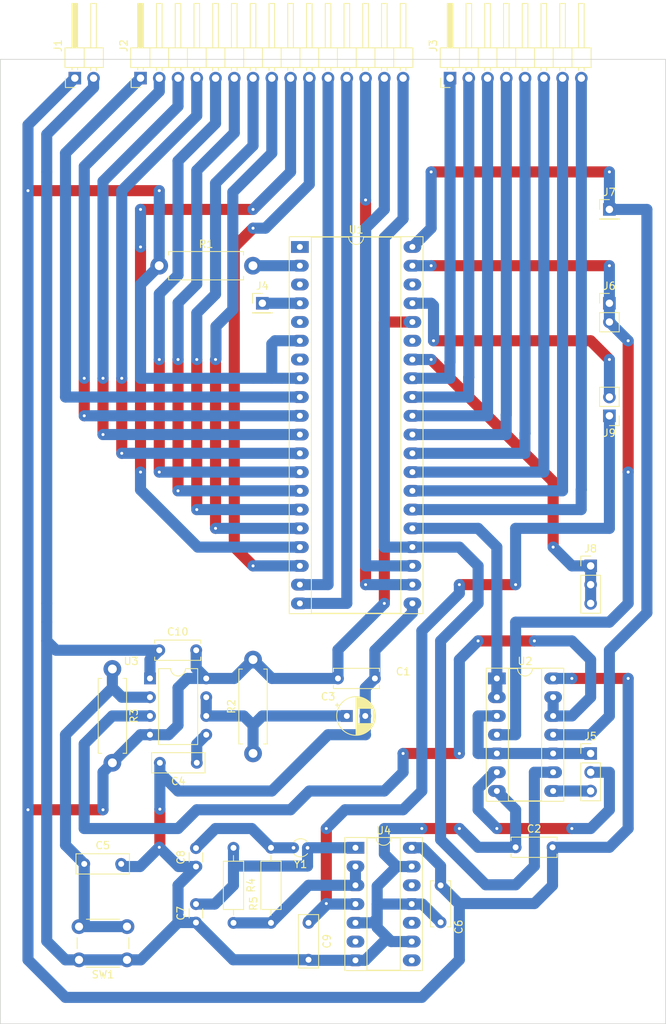
<source format=kicad_pcb>
(kicad_pcb (version 20211014) (generator pcbnew)
  (layers (0 "F.Cu" signal) (31 "B.Cu" signal) (34 "B.Paste" user) (35 "F.Paste" user) (36 "B.SilkS" user "B.Silkscreen") (37 "F.SilkS" user "F.Silkscreen") (38 "B.Mask" user) (39 "F.Mask" user) (44 "Edge.Cuts" user))
  (net 0 "")
  (net 1 "GND")
  (net 2 "+5V")
  (net 3 "Net-(C3-Pad1)")
  (net 4 "Net-(C4-Pad1)")
  (net 5 "Net-(C5-Pad1)")
  (net 6 "Net-(C7-Pad2)")
  (net 7 "Net-(C8-Pad2)")
  (net 8 "CLOCK_IN_PIN")
  (net 9 "A14")
  (net 10 "6502_IRQ")
  (net 11 "CS_6522_PIN")
  (net 12 "CS_PROGRAM_PIN")
  (net 13 "CS_MEMORY_PIN")
  (net 14 "CLOCK_OUT_PIN")
  (net 15 "RESET_PIN")
  (net 16 "6502_RW")
  (net 17 "Net-(R1-Pad2)")
  (net 18 "Net-(R4-Pad2)")
  (net 22 "A15")
  (net 26 "/d0")
  (net 27 "/d1")
  (net 28 "/d2")
  (net 29 "/d3")
  (net 30 "/d4")
  (net 31 "/d5")
  (net 32 "/d6")
  (net 33 "/d7")
  (net 34 "/a0")
  (net 35 "/a1")
  (net 36 "/a2")
  (net 37 "/a3")
  (net 38 "/a4")
  (net 39 "/a5")
  (net 40 "/a6")
  (net 41 "/a7")
  (net 42 "/a8")
  (net 43 "/a9")
  (net 44 "/a10")
  (net 45 "/a11")
  (net 46 "/a12")
  (net 47 "/a13")
  (net 52 "/CLOCK_INV")
  (net 53 "Net-(U1-Pad37)")
  (footprint "Resistor_THT:R_Axial_DIN0411_L9.9mm_D3.6mm_P12.70mm_Horizontal" (layer "F.Cu") (at 44.45 97.78 -90)
    (fp_text reference "R3")
    (fp_text value "1M")
  )
  (footprint "Crystal:Crystal_C26-LF_D2.1mm_L6.5mm_Vertical" (layer "F.Cu") (at 70.881497 121.98978 180)
    (fp_text reference "Y1")
    (fp_text value "Crystal")
  )
  (footprint "Capacitor_THT:C_Disc_D3.0mm_W1.6mm_P2.50mm" (layer "F.Cu") (at 55.77022 124.52978 90)
    (fp_text reference "C8")
    (fp_text value "3pF")
  )
  (footprint "Package_DIP:DIP-8_W7.62mm" (layer "F.Cu") (at 49.54 99.06)
    (fp_text reference "U3")
    (fp_text value "NE555P")
  )
  (footprint "Capacitor_THT:C_Disc_D6.0mm_W2.5mm_P5.00mm" (layer "F.Cu") (at 88.9 132.08 90)
    (fp_text reference "C6")
    (fp_text value "0.1uF")
  )
  (footprint "Connector_PinHeader_2.54mm:PinHeader_1x15_P2.54mm_Horizontal" (layer "F.Cu") (at 48.26 17.78 90)
    (fp_text reference "J2")
    (fp_text value "Conn_01x15")
  )
  (footprint "Capacitor_THT:C_Rect_L7.0mm_W2.5mm_P5.00mm" (layer "F.Cu") (at 55.88 110.48 180)
    (fp_text reference "C4")
    (fp_text value ".01uF")
  )
  (footprint "Connector_PinHeader_2.54mm:PinHeader_1x03_P2.54mm_Vertical" (layer "F.Cu") (at 109.22 83.82)
    (fp_text reference "J8")
    (fp_text value "Conn_01x03_Male")
  )
  (footprint "Capacitor_THT:CP_Radial_D5.0mm_P2.50mm" (layer "F.Cu") (at 76.2 104.14)
    (fp_text reference "C3")
    (fp_text value "10uF")
  )
  (footprint "Connector_PinHeader_2.54mm:PinHeader_1x02_P2.54mm_Vertical" (layer "F.Cu") (at 111.76 63.5 180)
    (fp_text reference "J9")
    (fp_text value "Conn_01x02_Male")
  )
  (footprint "Resistor_THT:R_Axial_DIN0207_L6.3mm_D2.5mm_P10.16mm_Horizontal" (layer "F.Cu") (at 60.85022 121.99478 -90)
    (fp_text reference "R4")
    (fp_text value "10M")
  )
  (footprint "Connector_PinHeader_2.54mm:PinHeader_1x03_P2.54mm_Vertical" (layer "F.Cu") (at 109.22 109.22)
    (fp_text reference "J5")
    (fp_text value "Conn_01x03_Male")
  )
  (footprint "Connector_PinHeader_2.54mm:PinHeader_1x01_P2.54mm_Vertical" (layer "F.Cu") (at 64.76 48.26)
    (fp_text reference "J4")
    (fp_text value "Conn_01x01_Male")
  )
  (footprint "Connector_PinHeader_2.54mm:PinHeader_1x02_P2.54mm_Horizontal" (layer "F.Cu") (at 39.36 17.78 90)
    (fp_text reference "J1")
    (fp_text value "Conn_01x02")
  )
  (footprint "Capacitor_THT:C_Rect_L7.0mm_W2.5mm_P5.00mm" (layer "F.Cu") (at 40.64 124.17)
    (fp_text reference "C5")
    (fp_text value ".1uF")
  )
  (footprint "Capacitor_THT:C_Disc_D6.0mm_W2.5mm_P5.00mm" (layer "F.Cu") (at 99.06 121.92)
    (fp_text reference "C2")
    (fp_text value "0.1uF")
  )
  (footprint "Package_DIP:DIP-40_W15.24mm_Socket_LongPads" (layer "F.Cu") (at 69.84 40.64)
    (fp_text reference "U1")
    (fp_text value "W65C02SxP")
  )
  (footprint "Capacitor_THT:C_Disc_D3.0mm_W1.6mm_P2.50mm" (layer "F.Cu") (at 55.77022 132.10978 90)
    (fp_text reference "C7")
    (fp_text value "30pF")
  )
  (footprint "Capacitor_THT:C_Disc_D6.0mm_W2.5mm_P5.00mm" (layer "F.Cu") (at 80 99.06 180)
    (fp_text reference "C1")
    (fp_text value "0.1uF")
  )
  (footprint "Button_Switch_THT:SW_PUSH_6mm" (layer "F.Cu") (at 46.43 137.16 180)
    (fp_text reference "SW1")
    (fp_text value "SW_Push")
  )
  (footprint "Package_DIP:DIP-14_W7.62mm_Socket_LongPads" (layer "F.Cu") (at 77.37022 121.98478)
    (fp_text reference "U4")
    (fp_text value "74HC14")
  )
  (footprint "Connector_PinHeader_2.54mm:PinHeader_1x08_P2.54mm_Horizontal" (layer "F.Cu") (at 90.18 17.78 90)
    (fp_text reference "J3")
    (fp_text value "Conn_01x08")
  )
  (footprint "Capacitor_THT:C_Disc_D6.0mm_W2.5mm_P5.00mm" (layer "F.Cu") (at 50.8 95.24)
    (fp_text reference "C10")
    (fp_text value "0.1uF")
  )
  (footprint "Resistor_THT:R_Axial_DIN0207_L6.3mm_D2.5mm_P10.16mm_Horizontal" (layer "F.Cu") (at 65.93022 132.14978 90)
    (fp_text reference "R5")
    (fp_text value "270K")
  )
  (footprint "Connector_PinHeader_2.54mm:PinHeader_1x02_P2.54mm_Vertical" (layer "F.Cu") (at 111.76 48.26)
    (fp_text reference "J6")
    (fp_text value "Conn_01x02_Male")
  )
  (footprint "Resistor_THT:R_Axial_DIN0411_L9.9mm_D3.6mm_P12.70mm_Horizontal" (layer "F.Cu") (at 50.79 43.18)
    (fp_text reference "R1")
    (fp_text value "1K")
  )
  (footprint "Capacitor_THT:C_Rect_L7.0mm_W2.5mm_P5.00mm" (layer "F.Cu") (at 71.01022 132.14978 -90)
    (fp_text reference "C9")
    (fp_text value ".01uF")
  )
  (footprint "Package_DIP:DIP-14_W7.62mm_Socket_LongPads" (layer "F.Cu") (at 96.52 99.06)
    (fp_text reference "U2")
    (fp_text value "74HC00")
  )
  (footprint "Connector_PinHeader_2.54mm:PinHeader_1x01_P2.54mm_Vertical" (layer "F.Cu") (at 111.76 35.56)
    (fp_text reference "J7")
    (fp_text value "Conn_01x01_Male")
  )
  (footprint "Resistor_THT:R_Axial_DIN0411_L9.9mm_D3.6mm_P12.70mm_Horizontal" (layer "F.Cu") (at 63.5 109.21 90)
    (fp_text reference "R2")
    (fp_text value "47K")
  )
  (gr_rect (start 29.28 15.24) (end 119.38 145.82) (layer "Edge.Cuts") (width 0.1) (fill none))
  (segment (start 50.88 121.84) (end 50.88 116.76) (width 1.5) (layer "F.Cu") (net 1))
  (segment (start 50.8 121.92) (end 50.88 121.84) (width 1.5) (layer "F.Cu") (net 1))
  (segment (start 91.44 119.38) (end 86.36 119.38) (width 1.5) (layer "F.Cu") (net 1))
  (via (at 86.36 119.38) (size 1.5) (drill 0.4) (layers "F.Cu" "B.Cu") (net 1))
  (via (at 91.44 119.38) (size 1.5) (drill 0.4) (layers "F.Cu" "B.Cu") (net 1))
  (via (at 50.88 116.76) (size 1.5) (drill 0.4) (layers "F.Cu" "B.Cu") (net 1))
  (via (at 50.8 121.92) (size 1.5) (drill 0.4) (layers "F.Cu" "B.Cu") (net 1))
  (segment (start 48.28978 137.16) (end 53.34 132.10978) (width 1.5) (layer "B.Cu") (net 1))
  (segment (start 46.43 137.16) (end 48.28978 137.16) (width 1.5) (layer "B.Cu") (net 1))
  (segment (start 85.08 88.9) (end 85.08 90.18) (width 1.5) (layer "B.Cu") (net 1))
  (segment (start 77.37022 132.14478) (end 79.696717 132.14478) (width 1.5) (layer "B.Cu") (net 1))
  (segment (start 50.8 95.24) (end 36.82 95.24) (width 1.5) (layer "B.Cu") (net 1))
  (segment (start 71.08522 137.22478) (end 71.01022 137.14978) (width 1.5) (layer "B.Cu") (net 1))
  (segment (start 78.7 100.36) (end 80 99.06) (width 1.5) (layer "B.Cu") (net 1))
  (segment (start 55.88 124.52478) (end 53.34 127.06478) (width 1.5) (layer "B.Cu") (net 1))
  (segment (start 60.81022 137.14978) (end 55.77022 132.10978) (width 1.5) (layer "B.Cu") (net 1))
  (segment (start 78.67522 137.22478) (end 81.28 134.62) (width 1.5) (layer "B.Cu") (net 1))
  (segment (start 50.8 121.92) (end 53.40478 124.52478) (width 1.5) (layer "B.Cu") (net 1))
  (segment (start 53.40478 124.52478) (end 55.88 124.52478) (width 1.5) (layer "B.Cu") (net 1))
  (segment (start 80 95.26) (end 80 99.06) (width 1.5) (layer "B.Cu") (net 1))
  (segment (start 80.31022 129.60478) (end 80.31022 127.190529) (width 1.5) (layer "B.Cu") (net 1))
  (segment (start 99.06 121.92) (end 93.98 121.92) (width 1.5) (layer "B.Cu") (net 1))
  (segment (start 41.9 17.78) (end 41.9 19.06) (width 1.5) (layer "B.Cu") (net 1))
  (segment (start 41.9 19.06) (end 35.56 25.4) (width 1.5) (layer "B.Cu") (net 1))
  (segment (start 53.34 127.06478) (end 53.34 132.10978) (width 1.5) (layer "B.Cu") (net 1))
  (segment (start 77.37022 137.22478) (end 71.08522 137.22478) (width 1.5) (layer "B.Cu") (net 1))
  (segment (start 35.56 93.98) (end 35.56 91.44) (width 1.5) (layer "B.Cu") (net 1))
  (segment (start 78.7 104.14) (end 78.7 106.64) (width 1.5) (layer "B.Cu") (net 1))
  (segment (start 53.34 114.3) (end 50.88 111.84) (width 1.5) (layer "B.Cu") (net 1))
  (segment (start 35.56 134.62) (end 35.56 93.98) (width 1.5) (layer "B.Cu") (net 1))
  (segment (start 82.975969 124.52478) (end 81.28 122.828811) (width 1.5) (layer "B.Cu") (net 1))
  (segment (start 85.08 90.18) (end 80 95.26) (width 1.5) (layer "B.Cu") (net 1))
  (segment (start 78.7 106.64) (end 78.74 106.68) (width 1.5) (layer "B.Cu") (net 1))
  (segment (start 36.82 95.24) (end 35.56 93.98) (width 1.5) (layer "B.Cu") (net 1))
  (segment (start 45.64 124.17) (end 45.64 124.38) (width 1.5) (layer "B.Cu") (net 1))
  (segment (start 35.56 88.9) (end 35.56 91.44) (width 1.5) (layer "B.Cu") (net 1))
  (segment (start 99.06 116.84) (end 99.06 121.92) (width 1.5) (layer "B.Cu") (net 1))
  (segment (start 60.81022 137.14978) (end 71.01022 137.14978) (width 1.5) (layer "B.Cu") (net 1))
  (segment (start 49.54 96.5) (end 50.8 95.24) (width 1.5) (layer "B.Cu") (net 1))
  (segment (start 82.208248 134.68478) (end 84.99022 134.68478) (width 1.5) (layer "B.Cu") (net 1))
  (segment (start 81.28 119.38) (end 86.36 119.38) (width 1.5) (layer "B.Cu") (net 1))
  (segment (start 80.31022 127.190529) (end 82.975969 124.52478) (width 1.5) (layer "B.Cu") (net 1))
  (segment (start 77.37022 137.22478) (end 78.67522 137.22478) (width 1.5) (layer "B.Cu") (net 1))
  (segment (start 73.66 106.68) (end 66.04 114.3) (width 1.5) (layer "B.Cu") (net 1))
  (segment (start 48.19522 124.52478) (end 50.8 121.92) (width 1.5) (layer "B.Cu") (net 1))
  (segment (start 81.28 122.828811) (end 81.28 119.38) (width 1.5) (layer "B.Cu") (net 1))
  (segment (start 80.31022 131.531277) (end 80.31022 129.60478) (width 1.5) (layer "B.Cu") (net 1))
  (segment (start 35.56 30.48) (end 35.56 88.9) (width 1.5) (layer "B.Cu") (net 1))
  (segment (start 93.98 121.92) (end 91.44 119.38) (width 1.5) (layer "B.Cu") (net 1))
  (segment (start 78.7 104.14) (end 78.7 100.36) (width 1.5) (layer "B.Cu") (net 1))
  (segment (start 39.93 137.16) (end 38.1 137.16) (width 1.5) (layer "B.Cu") (net 1))
  (segment (start 35.56 25.4) (end 35.56 30.48) (width 1.5) (layer "B.Cu") (net 1))
  (segment (start 45.93 124.52478) (end 48.19522 124.52478) (width 1.5) (layer "B.Cu") (net 1))
  (segment (start 50.88 111.84) (end 50.88 110.48) (width 1.5) (layer "B.Cu") (net 1))
  (segment (start 82.975969 124.52478) (end 84.99022 124.52478) (width 1.5) (layer "B.Cu") (net 1))
  (segment (start 66.04 114.3) (end 53.34 114.3) (width 1.5) (layer "B.Cu") (net 1))
  (segment (start 80.31022 132.786752) (end 82.208248 134.68478) (width 1.5) (layer "B.Cu") (net 1))
  (segment (start 86.42478 129.60478) (end 88.9 132.08) (width 1.5) (layer "B.Cu") (net 1))
  (segment (start 78.74 106.68) (end 73.66 106.68) (width 1.5) (layer "B.Cu") (net 1))
  (segment (start 79.696717 132.14478) (end 80.31022 131.531277) (width 1.5) (layer "B.Cu") (net 1))
  (segment (start 50.88 111.84) (end 50.88 116.76) (width 1.5) (layer "B.Cu") (net 1))
  (segment (start 99.06 116.84) (end 96.52 114.3) (width 1.5) (layer "B.Cu") (net 1))
  (segment (start 46.43 137.16) (end 39.93 137.16) (width 1.5) (layer "B.Cu") (net 1))
  (segment (start 49.54 99.06) (end 49.54 96.5) (width 1.5) (layer "B.Cu") (net 1))
  (segment (start 80.31022 129.60478) (end 84.99022 129.60478) (width 1.5) (layer "B.Cu") (net 1))
  (segment (start 53.34 132.10978) (end 55.77022 132.10978) (width 1.5) (layer "B.Cu") (net 1))
  (segment (start 84.99022 129.60478) (end 86.42478 129.60478) (width 1.5) (layer "B.Cu") (net 1))
  (segment (start 80.31022 129.60478) (end 80.31022 132.786752) (width 1.5) (layer "B.Cu") (net 1))
  (segment (start 38.1 137.16) (end 35.56 134.62) (width 1.5) (layer "B.Cu") (net 1))
  (segment (start 81.28 50.8) (end 81.28 88.9) (width 1.5) (layer "F.Cu") (net 2))
  (segment (start 114.3 99.06) (end 106.68 99.06) (width 1.5) (layer "F.Cu") (net 2))
  (segment (start 85.08 50.8) (end 81.28 50.8) (width 1.5) (layer "F.Cu") (net 2))
  (segment (start 33.02 33.02) (end 50.8 33.02) (width 1.5) (layer "F.Cu") (net 2))
  (segment (start 33.02 116.84) (end 43.18 116.84) (width 1.5) (layer "F.Cu") (net 2))
  (via (at 81.28 88.9) (size 1.5) (drill 0.4) (layers "F.Cu" "B.Cu") (net 2))
  (via (at 33.02 33.02) (size 1.5) (drill 0.4) (layers "F.Cu" "B.Cu") (net 2))
  (via (at 43.18 116.84) (size 1.5) (drill 0.4) (layers "F.Cu" "B.Cu") (net 2))
  (via (at 33.02 116.84) (size 1.5) (drill 0.4) (layers "F.Cu" "B.Cu") (net 2))
  (via (at 50.8 33.02) (size 1.5) (drill 0.4) (layers "F.Cu" "B.Cu") (net 2))
  (via (at 114.3 99.06) (size 1.5) (drill 0.4) (layers "F.Cu" "B.Cu") (net 2))
  (via (at 106.68 99.06) (size 1.5) (drill 0.4) (layers "F.Cu" "B.Cu") (net 2))
  (segment (start 91.36 129.54) (end 91.44 129.54) (width 1.5) (layer "B.Cu") (net 2))
  (segment (start 48.26 45.72) (end 48.26 58.42) (width 1.5) (layer "B.Cu") (net 2))
  (segment (start 84.99022 121.98478) (end 86.42478 121.98478) (width 1.5) (layer "B.Cu") (net 2))
  (segment (start 55.8 97.7) (end 57.16 99.06) (width 1.5) (layer "B.Cu") (net 2))
  (segment (start 91.44 137.16) (end 86.36 142.24) (width 1.5) (layer "B.Cu") (net 2))
  (segment (start 75 99.06) (end 66.05 99.06) (width 1.5) (layer "B.Cu") (net 2))
  (segment (start 33.02 116.84) (end 33.02 137.16) (width 1.5) (layer "B.Cu") (net 2))
  (segment (start 88.9 127.08) (end 91.36 129.54) (width 1.5) (layer "B.Cu") (net 2))
  (segment (start 66.04 58.42) (end 69.84 58.42) (width 1.5) (layer "B.Cu") (net 2))
  (segment (start 104.14 99.06) (end 106.68 99.06) (width 1.5) (layer "B.Cu") (net 2))
  (segment (start 43.18 111.75) (end 44.45 110.48) (width 1.5) (layer "B.Cu") (net 2))
  (segment (start 52.06 106.68) (end 53.34 105.4) (width 1.5) (layer "B.Cu") (net 2))
  (segment (start 33.02 33.02) (end 33.02 116.84) (width 1.5) (layer "B.Cu") (net 2))
  (segment (start 66.04 53.77) (end 66.04 58.42) (width 1.5) (layer "B.Cu") (net 2))
  (segment (start 55.8 95.24) (end 55.8 97.7) (width 1.5) (layer "B.Cu") (net 2))
  (segment (start 53.34 100.32) (end 54.6 99.06) (width 1.5) (layer "B.Cu") (net 2))
  (segment (start 43.18 116.84) (end 43.18 111.75) (width 1.5) (layer "B.Cu") (net 2))
  (segment (start 111.76 121.92) (end 104.06 121.92) (width 1.5) (layer "B.Cu") (net 2))
  (segment (start 88.9 124.46) (end 88.9 127.08) (width 1.5) (layer "B.Cu") (net 2))
  (segment (start 33.02 137.16) (end 38.1 142.24) (width 1.5) (layer "B.Cu") (net 2))
  (segment (start 66.05 99.06) (end 63.5 96.51) (width 1.5) (layer "B.Cu") (net 2))
  (segment (start 86.42478 121.98478) (end 88.9 124.46) (width 1.5) (layer "B.Cu") (net 2))
  (segment (start 54.6 99.06) (end 57.16 99.06) (width 1.5) (layer "B.Cu") (net 2))
  (segment (start 63.5 58.42) (end 66.04 58.42) (width 1.5) (layer "B.Cu") (net 2))
  (segment (start 60.95 99.06) (end 63.5 96.51) (width 1.5) (layer "B.Cu") (net 2))
  (segment (start 66.47 53.34) (end 66.04 53.77) (width 1.5) (layer "B.Cu") (net 2))
  (segment (start 57.16 99.06) (end 60.95 99.06) (width 1.5) (layer "B.Cu") (net 2))
  (segment (start 48.26 58.42) (end 63.5 58.42) (width 1.5) (layer "B.Cu") (net 2))
  (segment (start 33.02 33.02) (end 33.02 24.12) (width 1.5) (layer "B.Cu") (net 2))
  (segment (start 75 95.18) (end 81.28 88.9) (width 1.5) (layer "B.Cu") (net 2))
  (segment (start 101.6 129.54) (end 91.44 129.54) (width 1.5) (layer "B.Cu") (net 2))
  (segment (start 49.54 106.68) (end 52.06 106.68) (width 1.5) (layer "B.Cu") (net 2))
  (segment (start 91.44 129.54) (end 91.44 137.16) (width 1.5) (layer "B.Cu") (net 2))
  (segment (start 104.06 121.92) (end 104.06 127.08) (width 1.5) (layer "B.Cu") (net 2))
  (segment (start 38.1 142.24) (end 86.36 142.24) (width 1.5) (layer "B.Cu") (net 2))
  (segment (start 104.06 127.08) (end 101.6 129.54) (width 1.5) (layer "B.Cu") (net 2))
  (segment (start 33.02 24.12) (end 39.36 17.78) (width 1.5) (layer "B.Cu") (net 2))
  (segment (start 50.79 35.55) (end 50.79 43.18) (width 1.5) (layer "B.Cu") (net 2))
  (segment (start 69.84 53.34) (end 66.47 53.34) (width 1.5) (layer "B.Cu") (net 2))
  (segment (start 48.25 106.68) (end 49.54 106.68) (width 1.5) (layer "B.Cu") (net 2))
  (segment (start 75 99.06) (end 75 95.18) (width 1.5) (layer "B.Cu") (net 2))
  (segment (start 114.3 119.38) (end 111.76 121.92) (width 1.5) (layer "B.Cu") (net 2))
  (segment (start 50.8 33.02) (end 50.8 35.54) (width 1.5) (layer "B.Cu") (net 2))
  (segment (start 53.34 105.4) (end 53.34 100.32) (width 1.5) (layer "B.Cu") (net 2))
  (segment (start 44.45 110.48) (end 48.25 106.68) (width 1.5) (layer "B.Cu") (net 2))
  (segment (start 50.8 43.18) (end 48.26 45.72) (width 1.5) (layer "B.Cu") (net 2))
  (segment (start 114.3 99.06) (end 114.3 119.38) (width 1.5) (layer "B.Cu") (net 2))
  (segment (start 50.8 35.54) (end 50.79 35.55) (width 1.5) (layer "B.Cu") (net 2))
  (segment (start 57.16 104.14) (end 62.24 104.14) (width 1.5) (layer "B.Cu") (net 3))
  (segment (start 63.5 109.21) (end 63.5 105.4) (width 1.5) (layer "B.Cu") (net 3))
  (segment (start 62.24 104.14) (end 63.5 105.4) (width 1.5) (layer "B.Cu") (net 3))
  (segment (start 57.16 101.6) (end 57.16 104.14) (width 1.5) (layer "B.Cu") (net 3))
  (segment (start 64.76 104.14) (end 63.5 105.4) (width 1.5) (layer "B.Cu") (net 3))
  (segment (start 76.2 104.14) (end 64.76 104.14) (width 1.5) (layer "B.Cu") (net 3))
  (segment (start 55.88 110.48) (end 55.88 107.96) (width 1.5) (layer "B.Cu") (net 4))
  (segment (start 55.88 107.96) (end 57.16 106.68) (width 1.5) (layer "B.Cu") (net 4))
  (segment (start 44.45 100.32) (end 44.45 100.33) (width 1.5) (layer "B.Cu") (net 5))
  (segment (start 38.1 106.68) (end 38.1 121.63) (width 1.5) (layer "B.Cu") (net 5))
  (segment (start 44.45 100.33) (end 38.1 106.68) (width 1.5) (layer "B.Cu") (net 5))
  (segment (start 40.64 124.17) (end 40.64 131.95) (width 1.5) (layer "B.Cu") (net 5))
  (segment (start 38.1 121.63) (end 40.64 124.17) (width 1.5) (layer "B.Cu") (net 5))
  (segment (start 44.45 100.32) (end 45.73 101.6) (width 1.5) (layer "B.Cu") (net 5))
  (segment (start 40.64 131.95) (end 39.93 132.66) (width 1.5) (layer "B.Cu") (net 5))
  (segment (start 44.45 97.78) (end 44.45 100.32) (width 1.5) (layer "B.Cu") (net 5))
  (segment (start 46.43 132.66) (end 39.93 132.66) (width 1.5) (layer "B.Cu") (net 5))
  (segment (start 45.73 101.6) (end 49.54 101.6) (width 1.5) (layer "B.Cu") (net 5))
  (segment (start 55.77022 129.60978) (end 58.31022 129.60978) (width 1.5) (layer "B.Cu") (net 6))
  (segment (start 77.37022 121.98478) (end 70.886497 121.98478) (width 1.5) (layer "B.Cu") (net 6))
  (segment (start 60.85022 124.331277) (end 60.85022 121.99478) (width 1.5) (layer "B.Cu") (net 6))
  (segment (start 70.881497 121.98978) (end 70.881497 124.46) (width 1.5) (layer "B.Cu") (net 6))
  (segment (start 58.31022 129.60978) (end 60.85022 127.06978) (width 1.5) (layer "B.Cu") (net 6))
  (segment (start 70.881497 124.46) (end 60.978943 124.46) (width 1.5) (layer "B.Cu") (net 6))
  (segment (start 60.85022 127.06978) (end 60.85022 124.331277) (width 1.5) (layer "B.Cu") (net 6))
  (segment (start 60.978943 124.46) (end 60.85022 124.331277) (width 1.5) (layer "B.Cu") (net 6))
  (segment (start 70.886497 121.98478) (end 70.881497 121.98978) (width 1.5) (layer "B.Cu") (net 6))
  (segment (start 68.981497 121.98978) (end 65.93022 121.98978) (width 1.5) (layer "B.Cu") (net 7))
  (segment (start 63.32044 119.38) (end 58.42 119.38) (width 1.5) (layer "B.Cu") (net 7))
  (segment (start 55.77022 122.02978) (end 58.42 119.38) (width 1.5) (layer "B.Cu") (net 7))
  (segment (start 63.32044 119.38) (end 65.93022 121.98978) (width 1.5) (layer "B.Cu") (net 7))
  (segment (start 73.421497 119.38) (end 73.421497 129.54) (width 1.5) (layer "F.Cu") (net 8))
  (segment (start 91.44 86.36) (end 99.06 86.36) (width 1.5) (layer "F.Cu") (net 8))
  (via (at 99.06 86.36) (size 1.5) (drill 0.4) (layers "F.Cu" "B.Cu") (net 8))
  (via (at 73.421497 119.38) (size 1.5) (drill 0.4) (layers "F.Cu" "B.Cu") (net 8))
  (via (at 91.44 86.36) (size 1.5) (drill 0.4) (layers "F.Cu" "B.Cu") (net 8))
  (via (at 73.421497 129.54) (size 1.5) (drill 0.4) (layers "F.Cu" "B.Cu") (net 8))
  (segment (start 73.421497 129.54) (end 71.01022 131.951277) (width 1.5) (layer "B.Cu") (net 8))
  (segment (start 99.06 78.74) (end 99.06 86.36) (width 1.5) (layer "B.Cu") (net 8))
  (segment (start 71.01022 131.951277) (end 71.01022 132.14978) (width 1.5) (layer "B.Cu") (net 8))
  (segment (start 111.76 63.5) (end 111.76 78.74) (width 1.5) (layer "B.Cu") (net 8))
  (segment (start 73.55522 129.60478) (end 77.37022 129.60478) (width 1.5) (layer "B.Cu") (net 8))
  (segment (start 73.421497 119.38) (end 75.961497 116.84) (width 1.5) (layer "B.Cu") (net 8))
  (segment (start 71.01022 132.14978) (end 73.55522 129.60478) (width 1.5) (layer "B.Cu") (net 8))
  (segment (start 86.36 114.3) (end 86.36 92.616807) (width 1.5) (layer "B.Cu") (net 8))
  (segment (start 83.82 116.84) (end 86.36 114.3) (width 1.5) (layer "B.Cu") (net 8))
  (segment (start 111.76 78.74) (end 99.06 78.74) (width 1.5) (layer "B.Cu") (net 8))
  (segment (start 91.44 87.536807) (end 91.44 86.36) (width 1.5) (layer "B.Cu") (net 8))
  (segment (start 75.961497 116.84) (end 83.82 116.84) (width 1.5) (layer "B.Cu") (net 8))
  (segment (start 86.36 92.616807) (end 91.44 87.536807) (width 1.5) (layer "B.Cu") (net 8))
  (segment (start 99.06 127) (end 101.6 124.46) (width 1.5) (layer "B.Cu") (net 9))
  (segment (start 101.6 111.76) (end 104.14 111.76) (width 1.5) (layer "B.Cu") (net 9))
  (segment (start 93.98 83.82) (end 93.98 88.9) (width 1.5) (layer "B.Cu") (net 9))
  (segment (start 93.98 88.9) (end 88.9 93.98) (width 1.5) (layer "B.Cu") (net 9))
  (segment (start 88.9 93.98) (end 88.9 120.875014) (width 1.5) (layer "B.Cu") (net 9))
  (segment (start 95.024986 127) (end 99.06 127) (width 1.5) (layer "B.Cu") (net 9))
  (segment (start 101.6 124.46) (end 101.6 111.76) (width 1.5) (layer "B.Cu") (net 9))
  (segment (start 83.82 17.78) (end 83.82 36.83) (width 1.5) (layer "B.Cu") (net 9))
  (segment (start 88.9 120.875014) (end 95.024986 127) (width 1.5) (layer "B.Cu") (net 9))
  (segment (start 81.28 39.37) (end 81.28 81.28) (width 1.5) (layer "B.Cu") (net 9))
  (segment (start 85.08 81.28) (end 91.44 81.28) (width 1.5) (layer "B.Cu") (net 9))
  (segment (start 83.82 36.83) (end 81.28 39.37) (width 1.5) (layer "B.Cu") (net 9))
  (segment (start 91.44 81.28) (end 93.98 83.82) (width 1.5) (layer "B.Cu") (net 9))
  (segment (start 81.28 81.28) (end 85.08 81.28) (width 1.5) (layer "B.Cu") (net 9))
  (segment (start 69.84 48.26) (end 64.76 48.26) (width 1.5) (layer "B.Cu") (net 10))
  (segment (start 109.22 114.3) (end 104.14 114.3) (width 1.5) (layer "B.Cu") (net 11))
  (segment (start 96.52 109.22) (end 104.14 109.22) (width 1.5) (layer "B.Cu") (net 12))
  (segment (start 104.14 109.22) (end 109.22 109.22) (width 1.5) (layer "B.Cu") (net 12))
  (segment (start 93.98 109.22) (end 96.52 109.22) (width 1.5) (layer "B.Cu") (net 12))
  (segment (start 96.52 104.14) (end 93.98 104.14) (width 1.5) (layer "B.Cu") (net 12))
  (segment (start 93.98 104.14) (end 93.98 109.22) (width 1.5) (layer "B.Cu") (net 12))
  (segment (start 96.52 119.38) (end 106.68 119.38) (width 1.5) (layer "F.Cu") (net 13))
  (via (at 96.52 119.38) (size 1.5) (drill 0.4) (layers "F.Cu" "B.Cu") (net 13))
  (via (at 106.68 119.38) (size 1.5) (drill 0.4) (layers "F.Cu" "B.Cu") (net 13))
  (segment (start 93.98 113.965806) (end 96.185806 111.76) (width 1.5) (layer "B.Cu") (net 13))
  (segment (start 111.76 116.842447) (end 111.76 111.76) (width 1.5) (layer "B.Cu") (net 13))
  (segment (start 111.76 111.76) (end 109.22 111.76) (width 1.5) (layer "B.Cu") (net 13))
  (segment (start 106.68 119.38) (end 109.222447 119.38) (width 1.5) (layer "B.Cu") (net 13))
  (segment (start 93.98 116.84) (end 93.98 113.965806) (width 1.5) (layer "B.Cu") (net 13))
  (segment (start 96.185806 111.76) (end 96.52 111.76) (width 1.5) (layer "B.Cu") (net 13))
  (segment (start 96.52 119.38) (end 93.98 116.84) (width 1.5) (layer "B.Cu") (net 13))
  (segment (start 109.222447 119.38) (end 111.76 116.842447) (width 1.5) (layer "B.Cu") (net 13))
  (segment (start 111.76 43.18) (end 87.62 43.18) (width 1.5) (layer "F.Cu") (net 14))
  (segment (start 114.3 53.34) (end 114.3 71.12) (width 1.5) (layer "F.Cu") (net 14))
  (via (at 87.62 43.18) (size 1.5) (drill 0.4) (layers "F.Cu" "B.Cu") (net 14))
  (via (at 111.76 43.18) (size 1.5) (drill 0.4) (layers "F.Cu" "B.Cu") (net 14))
  (via (at 114.3 53.34) (size 1.5) (drill 0.4) (layers "F.Cu" "B.Cu") (net 14))
  (via (at 114.3 71.12) (size 1.5) (drill 0.4) (layers "F.Cu" "B.Cu") (net 14))
  (segment (start 111.76 50.8) (end 111.76 48.26) (width 1.5) (layer "B.Cu") (net 14))
  (segment (start 111.76 91.44) (end 114.3 88.9) (width 1.5) (layer "B.Cu") (net 14))
  (segment (start 85.08 43.18) (end 87.62 43.18) (width 1.5) (layer "B.Cu") (net 14))
  (segment (start 114.3 88.9) (end 114.3 71.12) (width 1.5) (layer "B.Cu") (net 14))
  (segment (start 99.06 91.44) (end 111.76 91.44) (width 1.5) (layer "B.Cu") (net 14))
  (segment (start 96.52 106.68) (end 99.06 106.68) (width 1.5) (layer "B.Cu") (net 14))
  (segment (start 111.76 43.18) (end 111.76 48.26) (width 1.5) (layer "B.Cu") (net 14))
  (segment (start 99.06 106.68) (end 99.06 91.44) (width 1.5) (layer "B.Cu") (net 14))
  (segment (start 111.76 50.8) (end 114.3 53.34) (width 1.5) (layer "B.Cu") (net 14))
  (segment (start 87.62 30.48) (end 111.76 30.48) (width 1.5) (layer "F.Cu") (net 15))
  (via (at 87.62 30.48) (size 1.5) (drill 0.4) (layers "F.Cu" "B.Cu") (net 15))
  (via (at 111.76 30.48) (size 1.5) (drill 0.4) (layers "F.Cu" "B.Cu") (net 15))
  (segment (start 87.62 38.1) (end 87.62 30.48) (width 1.5) (layer "B.Cu") (net 15))
  (segment (start 104.14 106.68) (end 109.22 106.68) (width 1.5) (layer "B.Cu") (net 15))
  (segment (start 111.76 95.25) (end 116.84 90.17) (width 1.5) (layer "B.Cu") (net 15))
  (segment (start 109.22 106.68) (end 111.76 104.14) (width 1.5) (layer "B.Cu") (net 15))
  (segment (start 111.76 104.14) (end 111.76 95.25) (width 1.5) (layer "B.Cu") (net 15))
  (segment (start 85.08 40.64) (end 87.62 38.1) (width 1.5) (layer "B.Cu") (net 15))
  (segment (start 111.76 35.56) (end 111.76 30.48) (width 1.5) (layer "B.Cu") (net 15))
  (segment (start 116.84 90.17) (end 116.84 35.56) (width 1.5) (layer "B.Cu") (net 15))
  (segment (start 111.76 35.56) (end 116.84 35.56) (width 1.5) (layer "B.Cu") (net 15))
  (segment (start 104.14 72.4) (end 87.62 55.88) (width 1.5) (layer "F.Cu") (net 16))
  (segment (start 104.14 81.28) (end 104.14 72.4) (width 1.5) (layer "F.Cu") (net 16))
  (via (at 87.62 55.88) (size 1.5) (drill 0.4) (layers "F.Cu" "B.Cu") (net 16))
  (via (at 104.14 81.28) (size 1.5) (drill 0.4) (layers "F.Cu" "B.Cu") (net 16))
  (segment (start 85.08 55.88) (end 87.62 55.88) (width 1.5) (layer "B.Cu") (net 16))
  (segment (start 109.22 83.82) (end 109.22 88.9) (width 1.5) (layer "B.Cu") (net 16))
  (segment (start 109.22 83.82) (end 106.68 83.82) (width 1.5) (layer "B.Cu") (net 16))
  (segment (start 106.68 83.82) (end 104.14 81.28) (width 1.5) (layer "B.Cu") (net 16))
  (segment (start 69.84 43.18) (end 63.49 43.18) (width 1.5) (layer "B.Cu") (net 17))
  (segment (start 71.01522 127.06478) (end 77.37022 127.06478) (width 1.5) (layer "B.Cu") (net 18))
  (segment (start 60.85022 132.15478) (end 65.92522 132.15478) (width 1.5) (layer "B.Cu") (net 18))
  (segment (start 77.37022 124.52478) (end 77.37022 127.06478) (width 1.5) (layer "B.Cu") (net 18))
  (segment (start 65.92522 132.15478) (end 65.93022 132.14978) (width 1.5) (layer "B.Cu") (net 18))
  (segment (start 65.93022 132.14978) (end 71.01522 127.06478) (width 1.5) (layer "B.Cu") (net 18))
  (segment (start 96.52 99.06) (end 96.52 81.28) (width 1.5) (layer "B.Cu") (net 22))
  (segment (start 93.98 78.74) (end 85.08 78.74) (width 1.5) (layer "B.Cu") (net 22))
  (segment (start 96.52 81.28) (end 93.98 78.74) (width 1.5) (layer "B.Cu") (net 22))
  (segment (start 96.52 101.6) (end 96.52 99.06) (width 1.5) (layer "B.Cu") (net 22))
  (segment (start 90.16 58.42) (end 90.16 56.214194) (width 1.5) (layer "B.Cu") (net 26))
  (segment (start 90.16 56.214194) (end 90.18 56.194194) (width 1.5) (layer "B.Cu") (net 26))
  (segment (start 90.18 56.194194) (end 90.18 17.78) (width 1.5) (layer "B.Cu") (net 26))
  (segment (start 85.08 58.42) (end 90.16 58.42) (width 1.5) (layer "B.Cu") (net 26))
  (segment (start 92.7 58.283484) (end 92.7 60.96) (width 1.5) (layer "B.Cu") (net 27))
  (segment (start 92.72 17.78) (end 92.72 58.263484) (width 1.5) (layer "B.Cu") (net 27))
  (segment (start 92.72 58.263484) (end 92.7 58.283484) (width 1.5) (layer "B.Cu") (net 27))
  (segment (start 92.7 60.96) (end 85.08 60.96) (width 1.5) (layer "B.Cu") (net 27))
  (segment (start 95.24 63.5) (end 85.08 63.5) (width 1.5) (layer "B.Cu") (net 28))
  (segment (start 95.26 63.48) (end 95.24 63.5) (width 1.5) (layer "B.Cu") (net 28))
  (segment (start 95.26 17.78) (end 95.26 63.48) (width 1.5) (layer "B.Cu") (net 28))
  (segment (start 97.78 63.363484) (end 97.78 66.04) (width 1.5) (layer "B.Cu") (net 29))
  (segment (start 97.78 66.04) (end 85.08 66.04) (width 1.5) (layer "B.Cu") (net 29))
  (segment (start 97.8 17.78) (end 97.8 63.343484) (width 1.5) (layer "B.Cu") (net 29))
  (segment (start 97.8 63.343484) (end 97.78 63.363484) (width 1.5) (layer "B.Cu") (net 29))
  (segment (start 100.34 17.78) (end 100.34 65.883484) (width 1.5) (layer "B.Cu") (net 30))
  (segment (start 100.32 65.903484) (end 100.32 68.58) (width 1.5) (layer "B.Cu") (net 30))
  (segment (start 100.32 68.58) (end 85.08 68.58) (width 1.5) (layer "B.Cu") (net 30))
  (segment (start 100.34 65.883484) (end 100.32 65.903484) (width 1.5) (layer "B.Cu") (net 30))
  (segment (start 102.88 17.78) (end 102.88 71.1) (width 1.5) (layer "B.Cu") (net 31))
  (segment (start 102.86 71.12) (end 85.08 71.12) (width 1.5) (layer "B.Cu") (net 31))
  (segment (start 102.88 71.1) (end 102.86 71.12) (width 1.5) (layer "B.Cu") (net 31))
  (segment (start 105.42 17.78) (end 105.42 73.64) (width 1.5) (layer "B.Cu") (net 32))
  (segment (start 105.42 73.64) (end 105.4 73.66) (width 1.5) (layer "B.Cu") (net 32))
  (segment (start 105.4 73.66) (end 85.08 73.66) (width 1.5) (layer "B.Cu") (net 32))
  (segment (start 107.96 73.503484) (end 107.94 73.523484) (width 1.5) (layer "B.Cu") (net 33))
  (segment (start 107.94 76.2) (end 85.08 76.2) (width 1.5) (layer "B.Cu") (net 33))
  (segment (start 107.94 73.523484) (end 107.94 76.2) (width 1.5) (layer "B.Cu") (net 33))
  (segment (start 107.96 17.78) (end 107.96 73.503484) (width 1.5) (layer "B.Cu") (net 33))
  (segment (start 48.26 17.78) (end 38.1 27.94) (width 1.5) (layer "B.Cu") (net 34))
  (segment (start 38.1 60.96) (end 69.84 60.96) (width 1.5) (layer "B.Cu") (net 34))
  (segment (start 38.1 27.94) (end 38.1 60.96) (width 1.5) (layer "B.Cu") (net 34))
  (segment (start 40.64 63.5) (end 40.64 58.42) (width 1.5) (layer "F.Cu") (net 35))
  (via (at 40.64 63.5) (size 1.5) (drill 0.4) (layers "F.Cu" "B.Cu") (net 35))
  (via (at 40.64 58.42) (size 1.5) (drill 0.4) (layers "F.Cu" "B.Cu") (net 35))
  (segment (start 40.64 58.42) (end 40.64 29.739511) (width 1.5) (layer "B.Cu") (net 35))
  (segment (start 69.84 63.5) (end 40.64 63.5) (width 1.5) (layer "B.Cu") (net 35))
  (segment (start 50.8 19.579511) (end 50.8 17.78) (width 1.5) (layer "B.Cu") (net 35))
  (segment (start 40.64 29.739511) (end 50.8 19.579511) (width 1.5) (layer "B.Cu") (net 35))
  (segment (start 43.18 66.04) (end 43.18 58.42) (width 1.5) (layer "F.Cu") (net 36))
  (via (at 43.18 58.42) (size 1.5) (drill 0.4) (layers "F.Cu" "B.Cu") (net 36))
  (via (at 43.18 66.04) (size 1.5) (drill 0.4) (layers "F.Cu" "B.Cu") (net 36))
  (segment (start 53.34 21.6) (end 53.34 17.78) (width 1.5) (layer "B.Cu") (net 36))
  (segment (start 69.84 66.04) (end 43.18 66.04) (width 1.5) (layer "B.Cu") (net 36))
  (segment (start 43.18 31.76) (end 53.34 21.6) (width 1.5) (layer "B.Cu") (net 36))
  (segment (start 43.18 58.42) (end 43.18 31.76) (width 1.5) (layer "B.Cu") (net 36))
  (segment (start 45.72 68.58) (end 45.72 58.42) (width 1.5) (layer "F.Cu") (net 37))
  (via (at 45.72 68.58) (size 1.5) (drill 0.4) (layers "F.Cu" "B.Cu") (net 37))
  (via (at 45.72 58.42) (size 1.5) (drill 0.4) (layers "F.Cu" "B.Cu") (net 37))
  (segment (start 45.72 58.42) (end 45.72 33.02) (width 1.5) (layer "B.Cu") (net 37))
  (segment (start 45.72 33.02) (end 55.88 22.86) (width 1.5) (layer "B.Cu") (net 37))
  (segment (start 69.84 68.58) (end 45.72 68.58) (width 1.5) (layer "B.Cu") (net 37))
  (segment (start 55.88 22.86) (end 55.88 17.78) (width 1.5) (layer "B.Cu") (net 37))
  (segment (start 50.8 55.88) (end 50.8 71.12) (width 1.5) (layer "F.Cu") (net 38))
  (via (at 50.8 71.12) (size 1.5) (drill 0.4) (layers "F.Cu" "B.Cu") (net 38))
  (via (at 50.8 55.88) (size 1.5) (drill 0.4) (layers "F.Cu" "B.Cu") (net 38))
  (segment (start 50.8 46.992148) (end 53.34 44.452148) (width 1.5) (layer "B.Cu") (net 38))
  (segment (start 50.8 71.12) (end 69.84 71.12) (width 1.5) (layer "B.Cu") (net 38))
  (segment (start 53.34 28.995137) (end 58.42 23.915137) (width 1.5) (layer "B.Cu") (net 38))
  (segment (start 50.8 55.88) (end 50.8 46.992148) (width 1.5) (layer "B.Cu") (net 38))
  (segment (start 53.34 44.452148) (end 53.34 28.995137) (width 1.5) (layer "B.Cu") (net 38))
  (segment (start 58.42 23.915137) (end 58.42 17.78) (width 1.5) (layer "B.Cu") (net 38))
  (segment (start 53.34 73.66) (end 53.34 55.88) (width 1.5) (layer "F.Cu") (net 39))
  (via (at 53.34 73.66) (size 1.5) (drill 0.4) (layers "F.Cu" "B.Cu") (net 39))
  (via (at 53.34 55.88) (size 1.5) (drill 0.4) (layers "F.Cu" "B.Cu") (net 39))
  (segment (start 55.88 30.275226) (end 55.88 45.670924) (width 1.5) (layer "B.Cu") (net 39))
  (segment (start 53.350719 48.200205) (end 53.350719 55.869281) (width 1.5) (layer "B.Cu") (net 39))
  (segment (start 53.34 73.66) (end 69.84 73.66) (width 1.5) (layer "B.Cu") (net 39))
  (segment (start 53.350719 55.869281) (end 53.34 55.88) (width 1.5) (layer "B.Cu") (net 39))
  (segment (start 55.88 45.670924) (end 53.350719 48.200205) (width 1.5) (layer "B.Cu") (net 39))
  (segment (start 60.96 17.78) (end 60.96 25.195226) (width 1.5) (layer "B.Cu") (net 39))
  (segment (start 60.96 25.195226) (end 55.88 30.275226) (width 1.5) (layer "B.Cu") (net 39))
  (segment (start 55.88 55.88) (end 55.88 76.2) (width 1.5) (layer "F.Cu") (net 40))
  (via (at 55.88 55.88) (size 1.5) (drill 0.4) (layers "F.Cu" "B.Cu") (net 40))
  (via (at 55.88 76.2) (size 1.5) (drill 0.4) (layers "F.Cu" "B.Cu") (net 40))
  (segment (start 55.88 49.583121) (end 58.42 47.043121) (width 1.5) (layer "B.Cu") (net 40))
  (segment (start 69.84 76.2) (end 55.88 76.2) (width 1.5) (layer "B.Cu") (net 40))
  (segment (start 58.42 47.043121) (end 58.42 32.008119) (width 1.5) (layer "B.Cu") (net 40))
  (segment (start 55.88 55.88) (end 55.88 49.583121) (width 1.5) (layer "B.Cu") (net 40))
  (segment (start 63.5 26.928119) (end 63.5 17.78) (width 1.5) (layer "B.Cu") (net 40))
  (segment (start 58.42 32.008119) (end 63.5 26.928119) (width 1.5) (layer "B.Cu") (net 40))
  (segment (start 58.42 55.88) (end 58.42 78.74) (width 1.5) (layer "F.Cu") (net 41))
  (via (at 58.42 78.74) (size 1.5) (drill 0.4) (layers "F.Cu" "B.Cu") (net 41))
  (via (at 58.42 55.88) (size 1.5) (drill 0.4) (layers "F.Cu" "B.Cu") (net 41))
  (segment (start 69.84 78.74) (end 58.42 78.74) (width 1.5) (layer "B.Cu") (net 41))
  (segment (start 66.04 27.94) (end 60.761457 33.218543) (width 1.5) (layer "B.Cu") (net 41))
  (segment (start 58.478216 51.404209) (end 58.478216 55.821784) (width 1.5) (layer "B.Cu") (net 41))
  (segment (start 66.04 17.78) (end 66.04 27.94) (width 1.5) (layer "B.Cu") (net 41))
  (segment (start 60.761457 33.218543) (end 60.761457 49.120968) (width 1.5) (layer "B.Cu") (net 41))
  (segment (start 60.761457 49.120968) (end 58.478216 51.404209) (width 1.5) (layer "B.Cu") (net 41))
  (segment (start 58.478216 55.821784) (end 58.42 55.88) (width 1.5) (layer "B.Cu") (net 41))
  (segment (start 63.5 35.56) (end 48.26 35.56) (width 1.5) (layer "F.Cu") (net 42))
  (segment (start 48.26 71.12) (end 48.26 40.64) (width 1.5) (layer "F.Cu") (net 42))
  (via (at 63.5 35.56) (size 1.5) (drill 0.4) (layers "F.Cu" "B.Cu") (net 42))
  (via (at 48.26 71.12) (size 1.5) (drill 0.4) (layers "F.Cu" "B.Cu") (net 42))
  (via (at 48.26 35.56) (size 1.5) (drill 0.4) (layers "F.Cu" "B.Cu") (net 42))
  (via (at 48.26 40.64) (size 1.5) (drill 0.4) (layers "F.Cu" "B.Cu") (net 42))
  (segment (start 63.5 35.56) (end 68.58 30.48) (width 1.5) (layer "B.Cu") (net 42))
  (segment (start 48.26 71.12) (end 48.26 73.523484) (width 1.5) (layer "B.Cu") (net 42))
  (segment (start 68.58 30.48) (end 68.58 17.78) (width 1.5) (layer "B.Cu") (net 42))
  (segment (start 56.016516 81.28) (end 69.84 81.28) (width 1.5) (layer "B.Cu") (net 42))
  (segment (start 48.26 73.523484) (end 56.016516 81.28) (width 1.5) (layer "B.Cu") (net 42))
  (segment (start 48.26 35.56) (end 48.26 40.64) (width 1.5) (layer "B.Cu") (net 42))
  (segment (start 60.96 81.28) (end 63.5 83.82) (width 1.5) (layer "F.Cu") (net 43))
  (segment (start 60.96 40.64) (end 60.96 81.28) (width 1.5) (layer "F.Cu") (net 43))
  (segment (start 63.5 38.1) (end 60.96 40.64) (width 1.5) (layer "F.Cu") (net 43))
  (via (at 63.5 38.1) (size 1.5) (drill 0.4) (layers "F.Cu" "B.Cu") (net 43))
  (via (at 63.5 83.82) (size 1.5) (drill 0.4) (layers "F.Cu" "B.Cu") (net 43))
  (segment (start 65.174786 38.1) (end 71.12 32.154786) (width 1.5) (layer "B.Cu") (net 43))
  (segment (start 69.84 83.82) (end 63.5 83.82) (width 1.5) (layer "B.Cu") (net 43))
  (segment (start 71.12 32.154786) (end 71.12 17.78) (width 1.5) (layer "B.Cu") (net 43))
  (segment (start 63.5 38.1) (end 65.174786 38.1) (width 1.5) (layer "B.Cu") (net 43))
  (segment (start 69.84 86.36) (end 73.66 86.36) (width 1.5) (layer "B.Cu") (net 44))
  (segment (start 73.66 86.36) (end 73.66 17.78) (width 1.5) (layer "B.Cu") (net 44))
  (segment (start 76.2 88.9) (end 69.84 88.9) (width 1.5) (layer "B.Cu") (net 45))
  (segment (start 76.2 17.78) (end 76.2 88.9) (width 1.5) (layer "B.Cu") (net 45))
  (segment (start 78.74 86.36) (end 78.74 34.28) (width 1.5) (layer "F.Cu") (net 46))
  (via (at 78.74 86.36) (size 1.5) (drill 0.4) (layers "F.Cu" "B.Cu") (net 46))
  (via (at 78.74 34.28) (size 1.5) (drill 0.4) (layers "F.Cu" "B.Cu") (net 46))
  (segment (start 78.74 17.78) (end 78.74 34.28) (width 1.5) (layer "B.Cu") (net 46))
  (segment (start 85.08 86.36) (end 78.74 86.36) (width 1.5) (layer "B.Cu") (net 46))
  (segment (start 81.28 17.78) (end 81.28 35.56) (width 1.5) (layer "B.Cu") (net 47))
  (segment (start 78.74 83.82) (end 85.08 83.82) (width 1.5) (layer "B.Cu") (net 47))
  (segment (start 81.28 35.56) (end 78.74 38.1) (width 1.5) (layer "B.Cu") (net 47))
  (segment (start 78.74 38.1) (end 78.74 83.82) (width 1.5) (layer "B.Cu") (net 47))
  (segment (start 101.6 93.98) (end 93.98 93.98) (width 1.5) (layer "F.Cu") (net 52))
  (segment (start 91.44 109.22) (end 83.82 109.22) (width 1.5) (layer "F.Cu") (net 52))
  (via (at 101.6 93.98) (size 1.5) (drill 0.4) (layers "F.Cu" "B.Cu") (net 52))
  (via (at 93.98 93.98) (size 1.5) (drill 0.4) (layers "F.Cu" "B.Cu") (net 52))
  (via (at 83.82 109.22) (size 1.5) (drill 0.4) (layers "F.Cu" "B.Cu") (net 52))
  (via (at 91.44 109.22) (size 1.5) (drill 0.4) (layers "F.Cu" "B.Cu") (net 52))
  (segment (start 55.88 116.84) (end 53.34 119.38) (width 1.5) (layer "B.Cu") (net 52))
  (segment (start 71.12 114.3) (end 68.58 116.84) (width 1.5) (layer "B.Cu") (net 52))
  (segment (start 68.58 116.84) (end 55.88 116.84) (width 1.5) (layer "B.Cu") (net 52))
  (segment (start 83.82 111.76) (end 81.28 114.3) (width 1.5) (layer "B.Cu") (net 52))
  (segment (start 81.28 114.3) (end 71.12 114.3) (width 1.5) (layer "B.Cu") (net 52))
  (segment (start 109.22 96.52) (end 106.68 93.98) (width 1.5) (layer "B.Cu") (net 52))
  (segment (start 106.68 93.98) (end 101.6 93.98) (width 1.5) (layer "B.Cu") (net 52))
  (segment (start 106.68 104.14) (end 109.22 101.6) (width 1.5) (layer "B.Cu") (net 52))
  (segment (start 40.64 119.38) (end 40.63 119.37) (width 1.5) (layer "B.Cu") (net 52))
  (segment (start 109.22 101.6) (end 109.22 99.06) (width 1.5) (layer "B.Cu") (net 52))
  (segment (start 104.14 101.6) (end 104.14 104.14) (width 1.5) (layer "B.Cu") (net 52))
  (segment (start 40.63 107.94) (end 44.43 104.14) (width 1.5) (layer "B.Cu") (net 52))
  (segment (start 104.14 104.14) (end 106.68 104.14) (width 1.5) (layer "B.Cu") (net 52))
  (segment (start 53.34 119.38) (end 40.64 119.38) (width 1.5) (layer "B.Cu") (net 52))
  (segment (start 93.98 93.98) (end 91.44 96.52) (width 1.5) (layer "B.Cu") (net 52))
  (segment (start 109.22 99.06) (end 109.22 96.52) (width 1.5) (layer "B.Cu") (net 52))
  (segment (start 44.43 104.14) (end 49.54 104.14) (width 1.5) (layer "B.Cu") (net 52))
  (segment (start 83.82 109.22) (end 83.82 111.76) (width 1.5) (layer "B.Cu") (net 52))
  (segment (start 40.63 119.37) (end 40.63 107.94) (width 1.5) (layer "B.Cu") (net 52))
  (segment (start 91.44 96.52) (end 91.44 109.22) (width 1.5) (layer "B.Cu") (net 52))
  (segment (start 109.22 53.34) (end 87.937804 53.34) (width 1.5) (layer "F.Cu") (net 53))
  (segment (start 111.76 55.88) (end 109.22 53.34) (width 1.5) (layer "F.Cu") (net 53))
  (via (at 111.76 55.88) (size 1.5) (drill 0.4) (layers "F.Cu" "B.Cu") (net 53))
  (via (at 87.937804 53.34) (size 1.5) (drill 0.4) (layers "F.Cu" "B.Cu") (net 53))
  (segment (start 87.937804 48.577804) (end 87.62 48.26) (width 1.5) (layer "B.Cu") (net 53))
  (segment (start 87.937804 53.34) (end 87.937804 48.577804) (width 1.5) (layer "B.Cu") (net 53))
  (segment (start 87.62 48.26) (end 85.08 48.26) (width 1.5) (layer "B.Cu") (net 53))
  (segment (start 111.76 60.96) (end 111.76 55.88) (width 1.5) (layer "B.Cu") (net 53))
)
</source>
